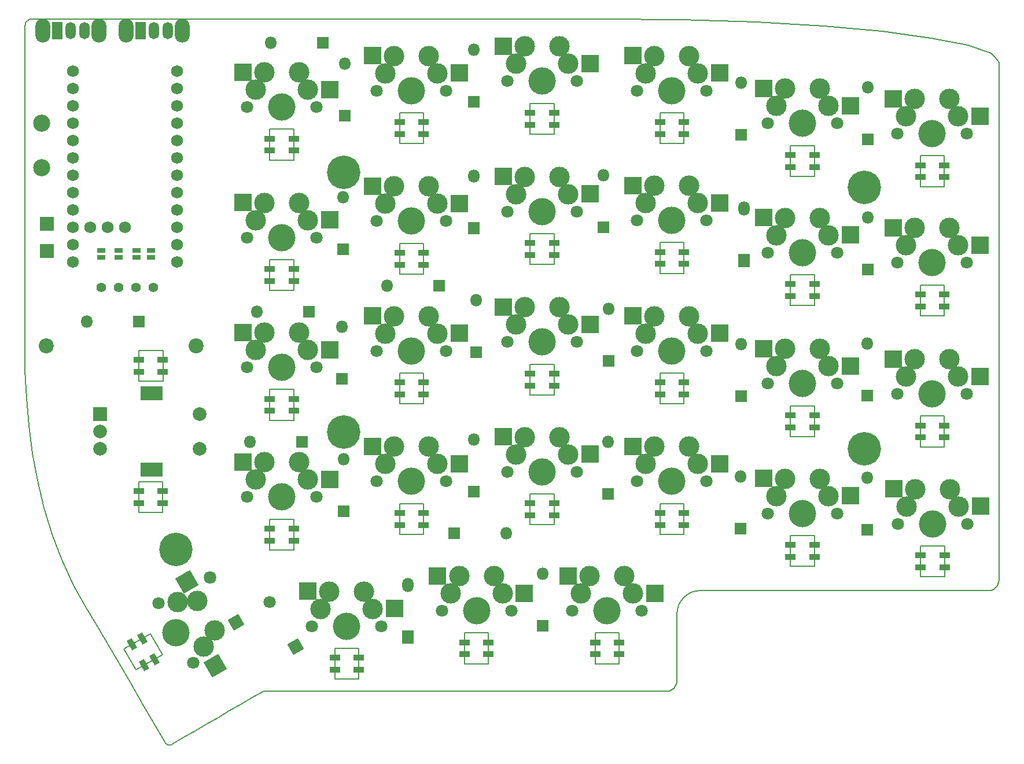
<source format=gbr>
G04 #@! TF.GenerationSoftware,KiCad,Pcbnew,(6.0.0-0)*
G04 #@! TF.CreationDate,2022-05-04T20:25:02-04:00*
G04 #@! TF.ProjectId,Lily58,4c696c79-3538-42e6-9b69-6361645f7063,rev?*
G04 #@! TF.SameCoordinates,Original*
G04 #@! TF.FileFunction,Soldermask,Top*
G04 #@! TF.FilePolarity,Negative*
%FSLAX46Y46*%
G04 Gerber Fmt 4.6, Leading zero omitted, Abs format (unit mm)*
G04 Created by KiCad (PCBNEW (6.0.0-0)) date 2022-05-04 20:25:02*
%MOMM*%
%LPD*%
G01*
G04 APERTURE LIST*
G04 Aperture macros list*
%AMHorizOval*
0 Thick line with rounded ends*
0 $1 width*
0 $2 $3 position (X,Y) of the first rounded end (center of the circle)*
0 $4 $5 position (X,Y) of the second rounded end (center of the circle)*
0 Add line between two ends*
20,1,$1,$2,$3,$4,$5,0*
0 Add two circle primitives to create the rounded ends*
1,1,$1,$2,$3*
1,1,$1,$4,$5*%
%AMRotRect*
0 Rectangle, with rotation*
0 The origin of the aperture is its center*
0 $1 length*
0 $2 width*
0 $3 Rotation angle, in degrees counterclockwise*
0 Add horizontal line*
21,1,$1,$2,0,0,$3*%
G04 Aperture macros list end*
G04 #@! TA.AperFunction,Profile*
%ADD10C,0.200000*%
G04 #@! TD*
G04 #@! TA.AperFunction,Profile*
%ADD11C,0.150000*%
G04 #@! TD*
%ADD12RotRect,1.800000X1.800000X120.000000*%
%ADD13HorizOval,1.800000X0.000000X0.000000X0.000000X0.000000X0*%
%ADD14C,4.900000*%
%ADD15C,2.500000*%
%ADD16C,1.752600*%
%ADD17R,1.143000X0.635000*%
%ADD18C,1.397000*%
%ADD19C,3.000000*%
%ADD20C,1.800000*%
%ADD21C,4.000000*%
%ADD22R,2.550000X2.500000*%
%ADD23RotRect,2.550000X2.500000X120.000000*%
%ADD24C,2.200000*%
%ADD25R,1.600000X0.850000*%
%ADD26RotRect,1.600000X0.850000X120.000000*%
%ADD27R,2.000000X2.000000*%
%ADD28C,2.000000*%
%ADD29R,3.200000X2.000000*%
%ADD30R,1.800000X1.800000*%
%ADD31O,1.800000X1.800000*%
%ADD32O,2.200000X3.500000*%
%ADD33R,1.500000X2.500000*%
%ADD34O,1.500000X2.500000*%
G04 APERTURE END LIST*
D10*
X104807833Y-37086762D02*
X94400000Y-37086762D01*
X82937528Y-82285296D02*
X82937528Y-75978362D01*
X82937528Y-75978362D02*
X82937528Y-69671429D01*
X82937528Y-88592229D02*
X82937528Y-82285296D01*
D11*
X118750000Y-57750000D02*
X118750000Y-53250000D01*
X101310889Y-127109431D02*
X103060889Y-130140520D01*
X103060889Y-130140520D02*
X99163775Y-132390520D01*
X97413775Y-129359431D02*
X101310889Y-127109431D01*
X99163775Y-132390520D02*
X97413775Y-129359431D01*
X118750000Y-72350000D02*
X122250000Y-72350000D01*
X131750000Y-129250000D02*
X131750000Y-133750000D01*
X166350000Y-127000000D02*
X169850000Y-127000000D01*
X160350000Y-111150000D02*
X156850000Y-111150000D01*
X141250000Y-108050000D02*
X141250000Y-112550000D01*
X103099200Y-104864800D02*
X103099200Y-109364800D01*
X137750000Y-108050000D02*
X141250000Y-108050000D01*
X198450000Y-117250000D02*
X194950000Y-117250000D01*
X122250000Y-114850000D02*
X118750000Y-114850000D01*
X156850000Y-111150000D02*
X156850000Y-106650000D01*
X166350000Y-131500000D02*
X166350000Y-127000000D01*
X194950000Y-117250000D02*
X194950000Y-112750000D01*
X141250000Y-112550000D02*
X137750000Y-112550000D01*
X122250000Y-110350000D02*
X122250000Y-114850000D01*
X179350000Y-108050000D02*
X179350000Y-112550000D01*
X175850000Y-108050000D02*
X179350000Y-108050000D01*
X214000000Y-118750000D02*
X214000000Y-114250000D01*
X147250000Y-127000000D02*
X150750000Y-127000000D01*
X150750000Y-131500000D02*
X147250000Y-131500000D01*
X160350000Y-106650000D02*
X160350000Y-111150000D01*
X137750000Y-112550000D02*
X137750000Y-108050000D01*
X150750000Y-127000000D02*
X150750000Y-131500000D01*
X156850000Y-106650000D02*
X160350000Y-106650000D01*
X217500000Y-114250000D02*
X217500000Y-118750000D01*
X99599200Y-104864800D02*
X103099200Y-104864800D01*
X194950000Y-112750000D02*
X198450000Y-112750000D01*
X128250000Y-129250000D02*
X131750000Y-129250000D01*
X103099200Y-109364800D02*
X99599200Y-109364800D01*
X175850000Y-112550000D02*
X175850000Y-108050000D01*
X217500000Y-118750000D02*
X214000000Y-118750000D01*
X214000000Y-114250000D02*
X217500000Y-114250000D01*
X147250000Y-131500000D02*
X147250000Y-127000000D01*
X99599200Y-109364800D02*
X99599200Y-104864800D01*
X118750000Y-114850000D02*
X118750000Y-110350000D01*
X118750000Y-110350000D02*
X122250000Y-110350000D01*
X128250000Y-133750000D02*
X128250000Y-129250000D01*
X169850000Y-127000000D02*
X169850000Y-131500000D01*
X169850000Y-131500000D02*
X166350000Y-131500000D01*
X179350000Y-112550000D02*
X175850000Y-112550000D01*
X198450000Y-112750000D02*
X198450000Y-117250000D01*
X131750000Y-133750000D02*
X128250000Y-133750000D01*
X99624000Y-90170000D02*
X99624000Y-85670000D01*
X103124000Y-85670000D02*
X103124000Y-90170000D01*
X103124000Y-90170000D02*
X99624000Y-90170000D01*
X99624000Y-85670000D02*
X103124000Y-85670000D01*
D10*
X178319348Y-134034052D02*
X178288901Y-134314154D01*
X225460000Y-100326490D02*
X225460000Y-109808112D01*
X82937528Y-63364495D02*
X82937528Y-57057562D01*
D11*
X160350000Y-92150000D02*
X156850000Y-92150000D01*
D10*
X96695647Y-131453701D02*
X98371341Y-134320020D01*
X225204001Y-120128696D02*
X225020912Y-120350648D01*
X169449826Y-135511658D02*
X176819348Y-135511658D01*
D11*
X141250000Y-88950000D02*
X141250000Y-93450000D01*
D10*
X89992869Y-119988423D02*
X91668563Y-122854742D01*
X177658308Y-135255660D02*
X177403500Y-135393876D01*
D11*
X141250000Y-55350000D02*
X137750000Y-55350000D01*
D10*
X178201565Y-134595810D02*
X178063349Y-134850619D01*
X104288864Y-143357278D02*
X104456758Y-143271756D01*
D11*
X122250000Y-72350000D02*
X122250000Y-76850000D01*
D10*
X225460000Y-43436755D02*
X225460000Y-52918378D01*
D11*
X198450000Y-60150000D02*
X194950000Y-60150000D01*
D10*
X136027379Y-37086762D02*
X125619545Y-37086762D01*
X104130206Y-143404468D02*
X104288864Y-143357278D01*
X83245570Y-37394123D02*
X83400937Y-37265961D01*
X103842470Y-143386445D02*
X103981252Y-143413974D01*
D11*
X179350000Y-50850000D02*
X179350000Y-55350000D01*
D10*
X82937528Y-50750629D02*
X82937528Y-44443695D01*
X103597295Y-143222884D02*
X103714328Y-143322532D01*
X116186619Y-136480784D02*
X117862313Y-135510645D01*
X224278471Y-42156190D02*
X220889319Y-40963847D01*
D11*
X217450000Y-80550000D02*
X213950000Y-80550000D01*
D10*
X103981252Y-143413974D02*
X104130206Y-143404468D01*
D11*
X194950000Y-93750000D02*
X198450000Y-93750000D01*
X156850000Y-87650000D02*
X160350000Y-87650000D01*
D10*
X224900000Y-42700000D02*
X224278471Y-42156190D01*
X178319348Y-131597973D02*
X178319348Y-132816013D01*
D11*
X137750000Y-74450000D02*
X137750000Y-69950000D01*
D10*
X178319348Y-129161894D02*
X178319348Y-130379933D01*
D11*
X118750000Y-76850000D02*
X118750000Y-72350000D01*
X122250000Y-91350000D02*
X122250000Y-95850000D01*
D10*
X83579303Y-37169210D02*
X83776462Y-37108075D01*
X178594174Y-122926713D02*
X178916678Y-122332160D01*
X178390391Y-123583911D02*
X178594174Y-122926713D01*
X104456758Y-143271756D02*
X106132452Y-142301617D01*
X197622092Y-120789735D02*
X202889673Y-120789735D01*
X213424836Y-120789735D02*
X218692418Y-120789735D01*
X225460000Y-90844867D02*
X225460000Y-100326490D01*
D11*
X160350000Y-49460000D02*
X160350000Y-53960000D01*
D10*
X91668563Y-122854742D02*
X93344258Y-125721062D01*
X139971738Y-135511658D02*
X147341260Y-135511658D01*
X82937528Y-44443695D02*
X82937528Y-38136762D01*
X224900000Y-42700000D02*
X225460000Y-43436755D01*
D11*
X179350000Y-55350000D02*
X175850000Y-55350000D01*
D10*
X83400937Y-37265961D02*
X83579303Y-37169210D01*
D11*
X118750000Y-91350000D02*
X122250000Y-91350000D01*
D10*
X95019952Y-128587381D02*
X96695647Y-131453701D01*
D11*
X137750000Y-69950000D02*
X141250000Y-69950000D01*
D10*
X192354511Y-120789735D02*
X197622092Y-120789735D01*
D11*
X156850000Y-68550000D02*
X160350000Y-68550000D01*
D10*
X181819348Y-120789735D02*
X187086929Y-120789735D01*
X177880261Y-135072571D02*
X177658308Y-135255660D01*
X103398425Y-142918979D02*
X103491837Y-143088150D01*
D11*
X175850000Y-74350000D02*
X175850000Y-69850000D01*
D10*
X225020912Y-120350648D02*
X224798960Y-120533736D01*
D11*
X141250000Y-93450000D02*
X137750000Y-93450000D01*
D10*
X83020657Y-37727855D02*
X83117409Y-37549489D01*
D11*
X217450000Y-95250000D02*
X217450000Y-99750000D01*
D10*
X106132452Y-142301617D02*
X107808147Y-141331479D01*
D11*
X179350000Y-69850000D02*
X179350000Y-74350000D01*
X141250000Y-74450000D02*
X137750000Y-74450000D01*
D10*
X215525697Y-39885159D02*
X208420758Y-38945561D01*
D11*
X213950000Y-76050000D02*
X217450000Y-76050000D01*
D10*
X177403500Y-135393876D02*
X177121844Y-135481211D01*
D11*
X122250000Y-57750000D02*
X118750000Y-57750000D01*
X194950000Y-79050000D02*
X194950000Y-74550000D01*
X160350000Y-68550000D02*
X160350000Y-73050000D01*
X175850000Y-88950000D02*
X179350000Y-88950000D01*
X213950000Y-95250000D02*
X217450000Y-95250000D01*
X160350000Y-73050000D02*
X156850000Y-73050000D01*
X122250000Y-53250000D02*
X122250000Y-57750000D01*
X198450000Y-98250000D02*
X194950000Y-98250000D01*
D10*
X178319348Y-126725814D02*
X178319348Y-127943854D01*
X178063349Y-134850619D02*
X177880261Y-135072571D01*
X224262495Y-120759288D02*
X223959999Y-120789735D01*
X83135690Y-92617561D02*
X83490297Y-96657663D01*
D11*
X137750000Y-55350000D02*
X137750000Y-50850000D01*
D10*
X178319348Y-132816013D02*
X178319348Y-134034052D01*
D11*
X137750000Y-50850000D02*
X141250000Y-50850000D01*
D10*
X179343884Y-121814271D02*
X179861773Y-121387065D01*
X125619545Y-37086762D02*
X115211711Y-37086762D01*
X225460000Y-109808112D02*
X225460000Y-119289735D01*
X88291758Y-116318073D02*
X89993333Y-119989540D01*
X83117409Y-37549489D02*
X83245570Y-37394123D01*
D11*
X217450000Y-99750000D02*
X213950000Y-99750000D01*
X122250000Y-95850000D02*
X118750000Y-95850000D01*
D10*
X178916678Y-122332160D02*
X179343884Y-121814271D01*
X83490297Y-96657663D02*
X84020972Y-100690825D01*
X103714328Y-143322532D02*
X103842470Y-143386445D01*
X82938210Y-38136762D02*
X82959523Y-37925015D01*
X208157255Y-120789735D02*
X213424836Y-120789735D01*
X125232695Y-135511658D02*
X132602217Y-135511658D01*
X225460000Y-52918378D02*
X225460000Y-62400000D01*
D11*
X118750000Y-53250000D02*
X122250000Y-53250000D01*
D10*
X83776462Y-37108075D02*
X83988210Y-37086762D01*
X112835230Y-138421062D02*
X114510925Y-137450923D01*
X154710782Y-135511658D02*
X162080304Y-135511658D01*
X109483841Y-140361340D02*
X111159536Y-139391201D01*
X179861773Y-121387065D02*
X180456326Y-121064561D01*
D11*
X122250000Y-76850000D02*
X118750000Y-76850000D01*
D10*
X178319348Y-127943854D02*
X178319348Y-129161894D01*
D11*
X156850000Y-49460000D02*
X160350000Y-49460000D01*
D10*
X146435213Y-37086762D02*
X136027379Y-37086762D01*
D11*
X213950000Y-99750000D02*
X213950000Y-95250000D01*
D10*
X218692418Y-120789735D02*
X223959999Y-120789735D01*
X85688004Y-108649127D02*
X86863105Y-112530670D01*
X86863105Y-112530670D02*
X88291758Y-116318073D01*
D11*
X194950000Y-55650000D02*
X198450000Y-55650000D01*
D10*
X178288901Y-134314154D02*
X178201565Y-134595810D01*
X162080304Y-135511658D02*
X169449826Y-135511658D01*
X156843047Y-37086762D02*
X146435213Y-37086762D01*
D11*
X179350000Y-74350000D02*
X175850000Y-74350000D01*
D10*
X178319348Y-130379933D02*
X178319348Y-131597973D01*
D11*
X137750000Y-88950000D02*
X141250000Y-88950000D01*
D10*
X117863173Y-135511658D02*
X125232695Y-135511658D01*
X180456326Y-121064561D02*
X181113524Y-120860778D01*
D11*
X198450000Y-74550000D02*
X198450000Y-79050000D01*
X175850000Y-55350000D02*
X175850000Y-50850000D01*
D10*
X189919538Y-37585374D02*
X178989563Y-37215654D01*
X107808147Y-141331479D02*
X109483841Y-140361340D01*
X115211711Y-37086762D02*
X104803877Y-37086762D01*
D11*
X194950000Y-98250000D02*
X194950000Y-93750000D01*
X213950000Y-57150000D02*
X217450000Y-57150000D01*
X217450000Y-76050000D02*
X217450000Y-80550000D01*
D10*
X225429552Y-119592231D02*
X225342217Y-119873887D01*
D11*
X137750000Y-93450000D02*
X137750000Y-88950000D01*
D10*
X82937528Y-57057562D02*
X82937528Y-50750629D01*
X225460000Y-71881623D02*
X225460000Y-81363245D01*
X101722730Y-140052659D02*
X103398425Y-142918979D01*
D11*
X175850000Y-69850000D02*
X179350000Y-69850000D01*
X179350000Y-88950000D02*
X179350000Y-93450000D01*
D10*
X181113524Y-120860778D02*
X181819348Y-120789735D01*
X225460000Y-62400000D02*
X225460000Y-71881623D01*
X103491837Y-143088150D02*
X103597295Y-143222884D01*
X84020972Y-100690825D02*
X84747083Y-104695246D01*
X94396044Y-37086762D02*
X83988210Y-37086762D01*
X178319348Y-124289735D02*
X178319348Y-125507775D01*
D11*
X175850000Y-93450000D02*
X175850000Y-88950000D01*
X160350000Y-87650000D02*
X160350000Y-92150000D01*
D10*
X208420758Y-38945561D02*
X199807654Y-38170488D01*
X132602217Y-135511658D02*
X139971738Y-135511658D01*
X82937777Y-88592317D02*
X83135690Y-92617561D01*
D11*
X198450000Y-55650000D02*
X198450000Y-60150000D01*
D10*
X147341260Y-135511658D02*
X154710782Y-135511658D01*
D11*
X141250000Y-50850000D02*
X141250000Y-55350000D01*
X160350000Y-53960000D02*
X156850000Y-53960000D01*
D10*
X178319348Y-124289735D02*
X178390391Y-123583911D01*
D11*
X156850000Y-92150000D02*
X156850000Y-87650000D01*
D10*
X98371341Y-134320020D02*
X100047036Y-137186340D01*
X225342217Y-119873887D02*
X225204001Y-120128696D01*
X202889673Y-120789735D02*
X208157255Y-120789735D01*
X82937528Y-69671429D02*
X82937528Y-63364495D01*
D11*
X198450000Y-93750000D02*
X198450000Y-98250000D01*
X141250000Y-69950000D02*
X141250000Y-74450000D01*
D10*
X111159536Y-139391201D02*
X112835230Y-138421062D01*
D11*
X213950000Y-80550000D02*
X213950000Y-76050000D01*
D10*
X225460000Y-81363245D02*
X225460000Y-90844867D01*
X187086929Y-120789735D02*
X192354511Y-120789735D01*
X220889319Y-40963847D02*
X215525697Y-39885159D01*
D11*
X118750000Y-95850000D02*
X118750000Y-91350000D01*
D10*
X177121844Y-135481211D02*
X176819348Y-135511658D01*
D11*
X156850000Y-73050000D02*
X156850000Y-68550000D01*
X217450000Y-61650000D02*
X213950000Y-61650000D01*
D10*
X84747083Y-104695246D02*
X85688004Y-108649127D01*
D11*
X198450000Y-79050000D02*
X194950000Y-79050000D01*
D10*
X167250881Y-37086762D02*
X156843047Y-37086762D01*
X114510925Y-137450923D02*
X116186619Y-136480784D01*
X224544152Y-120671952D02*
X224262495Y-120759288D01*
X100047036Y-137186340D02*
X101722730Y-140052659D01*
D11*
X194950000Y-60150000D02*
X194950000Y-55650000D01*
X213950000Y-61650000D02*
X213950000Y-57150000D01*
D10*
X93344258Y-125721062D02*
X95019952Y-128587381D01*
X178989563Y-37215654D02*
X167250881Y-37086762D01*
D11*
X217450000Y-57150000D02*
X217450000Y-61650000D01*
D10*
X224798960Y-120533736D02*
X224544152Y-120671952D01*
X225459999Y-119289735D02*
X225429552Y-119592231D01*
D11*
X194950000Y-74550000D02*
X198450000Y-74550000D01*
D10*
X199807654Y-38170488D02*
X189919538Y-37585374D01*
D11*
X179350000Y-93450000D02*
X175850000Y-93450000D01*
X175850000Y-50850000D02*
X179350000Y-50850000D01*
X156850000Y-53960000D02*
X156850000Y-49460000D01*
D10*
X178319348Y-125507775D02*
X178319348Y-126725814D01*
X82959523Y-37925015D02*
X83020657Y-37727855D01*
D12*
X113792000Y-125476000D03*
D13*
X109982000Y-118876886D03*
D14*
X129600000Y-59600000D03*
X205800000Y-61800000D03*
X129600000Y-97600000D03*
X205800000Y-100000000D03*
X105000000Y-114800000D03*
D15*
X85344000Y-58876000D03*
X85344000Y-52376000D03*
D16*
X89946005Y-44736130D03*
X89946005Y-47276130D03*
X89946005Y-49816130D03*
X89946005Y-52356130D03*
X89946005Y-54896130D03*
X89946005Y-57436130D03*
X89946005Y-59976130D03*
X89946005Y-62516130D03*
X89946005Y-65056130D03*
X89946005Y-67596130D03*
X89946005Y-70136130D03*
X89946005Y-72676130D03*
X105186005Y-72676130D03*
X105186005Y-70136130D03*
X105186005Y-67596130D03*
X105186005Y-65056130D03*
X105186005Y-62516130D03*
X105186005Y-59976130D03*
X105186005Y-57436130D03*
X105186005Y-54896130D03*
X105186005Y-52356130D03*
X105186005Y-49816130D03*
X105186005Y-47276130D03*
X105186005Y-44736130D03*
X92486005Y-67596130D03*
X95026005Y-67596130D03*
X97566005Y-67596130D03*
D17*
X96610810Y-71993760D03*
X96610810Y-70993000D03*
X94110810Y-71993760D03*
X94110810Y-70993000D03*
D18*
X94107000Y-76454000D03*
X96647000Y-76454000D03*
X99187000Y-76454000D03*
X101727000Y-76454000D03*
D17*
X99210810Y-71993760D03*
X99210810Y-70993000D03*
X101376005Y-71993760D03*
X101376005Y-70993000D03*
D19*
X136960000Y-42520000D03*
X143310000Y-45060000D03*
X135690000Y-45060000D03*
D20*
X144580000Y-47600000D03*
D19*
X142040000Y-42520000D03*
D20*
X134420000Y-47600000D03*
D21*
X139500000Y-47600000D03*
D22*
X146500000Y-45020000D03*
X133800000Y-42480000D03*
D20*
X163680000Y-46210000D03*
D19*
X154790000Y-43670000D03*
X161140000Y-41130000D03*
D21*
X158600000Y-46210000D03*
D19*
X156060000Y-41130000D03*
D20*
X153520000Y-46210000D03*
D19*
X162410000Y-43670000D03*
D22*
X165600000Y-43630000D03*
X152900000Y-41090000D03*
D19*
X175060000Y-42520000D03*
D20*
X172520000Y-47600000D03*
D21*
X177600000Y-47600000D03*
D20*
X182680000Y-47600000D03*
D19*
X180140000Y-42520000D03*
X173790000Y-45060000D03*
X181410000Y-45060000D03*
D22*
X184600000Y-45020000D03*
X171900000Y-42480000D03*
D19*
X194160000Y-47320000D03*
X192890000Y-49860000D03*
X200510000Y-49860000D03*
X199240000Y-47320000D03*
D20*
X201780000Y-52400000D03*
X191620000Y-52400000D03*
D21*
X196700000Y-52400000D03*
D22*
X203700000Y-49820000D03*
X191000000Y-47280000D03*
D19*
X219510000Y-51360000D03*
D20*
X210620000Y-53900000D03*
D21*
X215700000Y-53900000D03*
D20*
X220780000Y-53900000D03*
D19*
X211890000Y-51360000D03*
X213160000Y-48820000D03*
X218240000Y-48820000D03*
D22*
X222700000Y-51320000D03*
X210000000Y-48780000D03*
D20*
X115420000Y-69100000D03*
D19*
X117960000Y-64020000D03*
X124310000Y-66560000D03*
D20*
X125580000Y-69100000D03*
D19*
X123040000Y-64020000D03*
X116690000Y-66560000D03*
D21*
X120500000Y-69100000D03*
D22*
X127500000Y-66520000D03*
X114800000Y-63980000D03*
D19*
X142040000Y-61620000D03*
X135690000Y-64160000D03*
X136960000Y-61620000D03*
D20*
X144580000Y-66700000D03*
D21*
X139500000Y-66700000D03*
D19*
X143310000Y-64160000D03*
D20*
X134420000Y-66700000D03*
D22*
X146500000Y-64120000D03*
X133800000Y-61580000D03*
D19*
X156060000Y-60220000D03*
X162410000Y-62760000D03*
D21*
X158600000Y-65300000D03*
D19*
X154790000Y-62760000D03*
X161140000Y-60220000D03*
D20*
X163680000Y-65300000D03*
X153520000Y-65300000D03*
D22*
X165600000Y-62720000D03*
X152900000Y-60180000D03*
D19*
X181410000Y-64060000D03*
X173790000Y-64060000D03*
X175060000Y-61520000D03*
X180140000Y-61520000D03*
D20*
X182680000Y-66600000D03*
X172520000Y-66600000D03*
D21*
X177600000Y-66600000D03*
D22*
X184600000Y-64020000D03*
X171900000Y-61480000D03*
D20*
X191620000Y-71300000D03*
D21*
X196700000Y-71300000D03*
D19*
X199240000Y-66220000D03*
D20*
X201780000Y-71300000D03*
D19*
X192890000Y-68760000D03*
X200510000Y-68760000D03*
X194160000Y-66220000D03*
D22*
X203700000Y-68720000D03*
X191000000Y-66180000D03*
D19*
X219510000Y-70260000D03*
D20*
X210620000Y-72800000D03*
D19*
X213160000Y-67720000D03*
D20*
X220780000Y-72800000D03*
D19*
X211890000Y-70260000D03*
D21*
X215700000Y-72800000D03*
D19*
X218240000Y-67720000D03*
D22*
X222700000Y-70220000D03*
X210000000Y-67680000D03*
D19*
X124310000Y-85560000D03*
D20*
X125580000Y-88100000D03*
D19*
X117960000Y-83020000D03*
D21*
X120500000Y-88100000D03*
D19*
X123040000Y-83020000D03*
X116690000Y-85560000D03*
D20*
X115420000Y-88100000D03*
D22*
X127500000Y-85520000D03*
X114800000Y-82980000D03*
D19*
X142040000Y-80620000D03*
D21*
X139500000Y-85700000D03*
D19*
X143310000Y-83160000D03*
X135690000Y-83160000D03*
D20*
X134420000Y-85700000D03*
D19*
X136960000Y-80620000D03*
D20*
X144580000Y-85700000D03*
D22*
X146500000Y-83120000D03*
X133800000Y-80580000D03*
D21*
X158600000Y-84400000D03*
D20*
X153520000Y-84400000D03*
D19*
X162410000Y-81860000D03*
D20*
X163680000Y-84400000D03*
D19*
X154790000Y-81860000D03*
X161140000Y-79320000D03*
X156060000Y-79320000D03*
D22*
X165600000Y-81820000D03*
X152900000Y-79280000D03*
D19*
X181410000Y-83160000D03*
X173790000Y-83160000D03*
D21*
X177600000Y-85700000D03*
D20*
X172520000Y-85700000D03*
D19*
X175060000Y-80620000D03*
X180140000Y-80620000D03*
D20*
X182680000Y-85700000D03*
D22*
X184600000Y-83120000D03*
X171900000Y-80580000D03*
D20*
X201780000Y-90500000D03*
X191620000Y-90500000D03*
D19*
X192890000Y-87960000D03*
D21*
X196700000Y-90500000D03*
D19*
X194160000Y-85420000D03*
X199240000Y-85420000D03*
X200510000Y-87960000D03*
D22*
X203700000Y-87920000D03*
X191000000Y-85380000D03*
D19*
X213160000Y-86920000D03*
D20*
X220780000Y-92000000D03*
D19*
X211890000Y-89460000D03*
X218240000Y-86920000D03*
D21*
X215700000Y-92000000D03*
D19*
X219510000Y-89460000D03*
D20*
X210620000Y-92000000D03*
D22*
X222700000Y-89420000D03*
X210000000Y-86880000D03*
D21*
X120500000Y-107100000D03*
D20*
X125580000Y-107100000D03*
D19*
X124310000Y-104560000D03*
X117960000Y-102020000D03*
X116690000Y-104560000D03*
X123040000Y-102020000D03*
D20*
X115420000Y-107100000D03*
D22*
X127500000Y-104520000D03*
X114800000Y-101980000D03*
D21*
X139500000Y-104800000D03*
D20*
X134420000Y-104800000D03*
D19*
X136960000Y-99720000D03*
X135690000Y-102260000D03*
X142040000Y-99720000D03*
X143310000Y-102260000D03*
D20*
X144580000Y-104800000D03*
D22*
X146500000Y-102220000D03*
X133800000Y-99680000D03*
D19*
X156060000Y-98320000D03*
X154790000Y-100860000D03*
X162410000Y-100860000D03*
D21*
X158600000Y-103400000D03*
D20*
X153520000Y-103400000D03*
X163680000Y-103400000D03*
D19*
X161140000Y-98320000D03*
D22*
X165600000Y-100820000D03*
X152900000Y-98280000D03*
D19*
X175060000Y-99720000D03*
D21*
X177600000Y-104800000D03*
D19*
X181410000Y-102260000D03*
X173790000Y-102260000D03*
D20*
X172520000Y-104800000D03*
D19*
X180140000Y-99720000D03*
D20*
X182680000Y-104800000D03*
D22*
X184600000Y-102220000D03*
X171900000Y-99680000D03*
D19*
X192890000Y-106960000D03*
D20*
X191620000Y-109500000D03*
D19*
X199240000Y-104420000D03*
X200510000Y-106960000D03*
X194160000Y-104420000D03*
D21*
X196700000Y-109500000D03*
D20*
X201780000Y-109500000D03*
D22*
X203700000Y-106920000D03*
X191000000Y-104380000D03*
D20*
X210670000Y-111000000D03*
D19*
X211940000Y-108460000D03*
D21*
X215750000Y-111000000D03*
D19*
X213210000Y-105920000D03*
D20*
X220830000Y-111000000D03*
D19*
X218290000Y-105920000D03*
X219560000Y-108460000D03*
D22*
X222750000Y-108420000D03*
X210050000Y-105880000D03*
D21*
X105000000Y-127000000D03*
D20*
X102460000Y-122600591D03*
D19*
X110669409Y-126659705D03*
X108129409Y-122260295D03*
X109104705Y-129029557D03*
X105294705Y-122430443D03*
D20*
X107540000Y-131399409D03*
D23*
X110734346Y-131772178D03*
X106584050Y-119503655D03*
D21*
X130000000Y-126000000D03*
D20*
X135080000Y-126000000D03*
D19*
X126190000Y-123460000D03*
X132540000Y-120920000D03*
X127460000Y-120920000D03*
X133810000Y-123460000D03*
D20*
X124920000Y-126000000D03*
D22*
X137000000Y-123420000D03*
X124300000Y-120880000D03*
D20*
X143920000Y-123750000D03*
D19*
X146460000Y-118670000D03*
D21*
X149000000Y-123750000D03*
D20*
X154080000Y-123750000D03*
D19*
X152810000Y-121210000D03*
X151540000Y-118670000D03*
X145190000Y-121210000D03*
D22*
X156000000Y-121170000D03*
X143300000Y-118630000D03*
D21*
X168100000Y-123750000D03*
D19*
X165560000Y-118670000D03*
X171910000Y-121210000D03*
D20*
X173180000Y-123750000D03*
X163020000Y-123750000D03*
D19*
X170640000Y-118670000D03*
X164290000Y-121210000D03*
D22*
X175100000Y-121170000D03*
X162400000Y-118630000D03*
D24*
X86000000Y-85000000D03*
X108000000Y-85000000D03*
D19*
X117960000Y-44920000D03*
D20*
X125580000Y-50000000D03*
D19*
X124310000Y-47460000D03*
X116690000Y-47460000D03*
X123040000Y-44920000D03*
D21*
X120500000Y-50000000D03*
D20*
X115420000Y-50000000D03*
D22*
X127500000Y-47420000D03*
X114800000Y-44880000D03*
D25*
X122250000Y-56375000D03*
X122250000Y-54625000D03*
X118750000Y-54625000D03*
X118750000Y-56375000D03*
X137750000Y-109425000D03*
X137750000Y-111175000D03*
X141250000Y-111175000D03*
X141250000Y-109425000D03*
X150750000Y-130125000D03*
X150750000Y-128375000D03*
X147250000Y-128375000D03*
X147250000Y-130125000D03*
X156850000Y-108025000D03*
X156850000Y-109775000D03*
X160350000Y-109775000D03*
X160350000Y-108025000D03*
X194950000Y-114125000D03*
X194950000Y-115875000D03*
X198450000Y-115875000D03*
X198450000Y-114125000D03*
X214000000Y-115625000D03*
X214000000Y-117375000D03*
X217500000Y-117375000D03*
X217500000Y-115625000D03*
X131750000Y-132375000D03*
X131750000Y-130625000D03*
X128250000Y-130625000D03*
X128250000Y-132375000D03*
X179350000Y-92075000D03*
X179350000Y-90325000D03*
X175850000Y-90325000D03*
X175850000Y-92075000D03*
X118750000Y-111725000D03*
X118750000Y-113475000D03*
X122250000Y-113475000D03*
X122250000Y-111725000D03*
X217450000Y-98375000D03*
X217450000Y-96625000D03*
X213950000Y-96625000D03*
X213950000Y-98375000D03*
X160350000Y-90775000D03*
X160350000Y-89025000D03*
X156850000Y-89025000D03*
X156850000Y-90775000D03*
X141250000Y-92075000D03*
X141250000Y-90325000D03*
X137750000Y-90325000D03*
X137750000Y-92075000D03*
X122250000Y-94475000D03*
X122250000Y-92725000D03*
X118750000Y-92725000D03*
X118750000Y-94475000D03*
X213950000Y-77425000D03*
X213950000Y-79175000D03*
X217450000Y-79175000D03*
X217450000Y-77425000D03*
X198450000Y-96875000D03*
X198450000Y-95125000D03*
X194950000Y-95125000D03*
X194950000Y-96875000D03*
X175850000Y-109425000D03*
X175850000Y-111175000D03*
X179350000Y-111175000D03*
X179350000Y-109425000D03*
X179350000Y-53975000D03*
X179350000Y-52225000D03*
X175850000Y-52225000D03*
X175850000Y-53975000D03*
X198450000Y-58775000D03*
X198450000Y-57025000D03*
X194950000Y-57025000D03*
X194950000Y-58775000D03*
X160350000Y-52585000D03*
X160350000Y-50835000D03*
X156850000Y-50835000D03*
X156850000Y-52585000D03*
X141250000Y-53975000D03*
X141250000Y-52225000D03*
X137750000Y-52225000D03*
X137750000Y-53975000D03*
X194950000Y-75925000D03*
X194950000Y-77675000D03*
X198450000Y-77675000D03*
X198450000Y-75925000D03*
X175850000Y-71225000D03*
X175850000Y-72975000D03*
X179350000Y-72975000D03*
X179350000Y-71225000D03*
X156850000Y-69925000D03*
X156850000Y-71675000D03*
X160350000Y-71675000D03*
X160350000Y-69925000D03*
X217450000Y-60275000D03*
X217450000Y-58525000D03*
X213950000Y-58525000D03*
X213950000Y-60275000D03*
X137750000Y-71325000D03*
X137750000Y-73075000D03*
X141250000Y-73075000D03*
X141250000Y-71325000D03*
X118750000Y-73725000D03*
X118750000Y-75475000D03*
X122250000Y-75475000D03*
X122250000Y-73725000D03*
X169850000Y-130125000D03*
X169850000Y-128375000D03*
X166350000Y-128375000D03*
X166350000Y-130125000D03*
D26*
X100354087Y-131703044D03*
X101869631Y-130828044D03*
X100119631Y-127796956D03*
X98604087Y-128671956D03*
D27*
X93954600Y-94996000D03*
D28*
X93954600Y-99996000D03*
X93954600Y-97496000D03*
D29*
X101454600Y-91896000D03*
X101454600Y-103096000D03*
D28*
X108454600Y-99996000D03*
X108454600Y-94996000D03*
D25*
X99599200Y-106239800D03*
X99599200Y-107989800D03*
X103099200Y-107989800D03*
X103099200Y-106239800D03*
X99596000Y-87009000D03*
X99596000Y-88759000D03*
X103096000Y-88759000D03*
X103096000Y-87009000D03*
D30*
X206146400Y-111912400D03*
D31*
X206146400Y-104292400D03*
D30*
X206197200Y-92252800D03*
D31*
X206197200Y-84632800D03*
D30*
X148640800Y-106324400D03*
D31*
X148640800Y-98704400D03*
D30*
X187756800Y-92303600D03*
D31*
X187756800Y-84683600D03*
D30*
X206248000Y-73761600D03*
D31*
X206248000Y-66141600D03*
D30*
X129438400Y-70815200D03*
D31*
X129438400Y-63195200D03*
D30*
X148945600Y-85902800D03*
D31*
X148945600Y-78282800D03*
D30*
X126492000Y-40640000D03*
D31*
X118872000Y-40640000D03*
D12*
X122555000Y-129029557D03*
D13*
X118745000Y-122430443D03*
D32*
X85526000Y-38862000D03*
X93726000Y-38862000D03*
D33*
X87626000Y-38862000D03*
D34*
X89626000Y-38862000D03*
X91626000Y-38862000D03*
D30*
X167589200Y-67614800D03*
D31*
X167589200Y-59994800D03*
D30*
X188163200Y-72390000D03*
D31*
X188163200Y-64770000D03*
D30*
X143510000Y-76200000D03*
D31*
X135890000Y-76200000D03*
D30*
X129540000Y-109220000D03*
D31*
X129540000Y-101600000D03*
D27*
X86106000Y-67070000D03*
D30*
X123444000Y-99060000D03*
D31*
X115824000Y-99060000D03*
D30*
X168250000Y-106680000D03*
D31*
X168250000Y-99060000D03*
D27*
X86106000Y-71120000D03*
D30*
X148590000Y-67691000D03*
D31*
X148590000Y-60071000D03*
D30*
X187756800Y-54051200D03*
D31*
X187756800Y-46431200D03*
D30*
X158700000Y-125984000D03*
D31*
X158700000Y-118364000D03*
D30*
X124460000Y-80010000D03*
D31*
X116840000Y-80010000D03*
D30*
X129336800Y-89814400D03*
D31*
X129336800Y-82194400D03*
D32*
X97718000Y-38862000D03*
X105918000Y-38862000D03*
D33*
X99818000Y-38862000D03*
D34*
X101818000Y-38862000D03*
X103818000Y-38862000D03*
D30*
X168351200Y-87172800D03*
D31*
X168351200Y-79552800D03*
D30*
X145745200Y-112420400D03*
D31*
X153365200Y-112420400D03*
D30*
X206298800Y-54762400D03*
D31*
X206298800Y-47142400D03*
D30*
X129692400Y-51308000D03*
D31*
X129692400Y-43688000D03*
D30*
X148590000Y-49225200D03*
D31*
X148590000Y-41605200D03*
D30*
X187655200Y-111760000D03*
D31*
X187655200Y-104140000D03*
D30*
X99568000Y-81407000D03*
D31*
X91948000Y-81407000D03*
D30*
X138988800Y-127762000D03*
D31*
X138988800Y-120142000D03*
D30*
X126492000Y-40640000D03*
D31*
X118872000Y-40640000D03*
D30*
X129692400Y-51308000D03*
D31*
X129692400Y-43688000D03*
D30*
X148590000Y-49225200D03*
D31*
X148590000Y-41605200D03*
D30*
X145745200Y-112420400D03*
D31*
X153365200Y-112420400D03*
D30*
X187756800Y-54051200D03*
D31*
X187756800Y-46431200D03*
D30*
X206298800Y-54762400D03*
D31*
X206298800Y-47142400D03*
D30*
X129438400Y-70815200D03*
D31*
X129438400Y-63195200D03*
D30*
X143510000Y-76200000D03*
D31*
X135890000Y-76200000D03*
D30*
X148590000Y-67818000D03*
D31*
X148590000Y-60198000D03*
D30*
X167589200Y-67614800D03*
D31*
X167589200Y-59994800D03*
D30*
X188163200Y-72593200D03*
D31*
X188163200Y-64973200D03*
D30*
X206248000Y-73761600D03*
D31*
X206248000Y-66141600D03*
D30*
X124460000Y-80010000D03*
D31*
X116840000Y-80010000D03*
D30*
X129336800Y-89814400D03*
D31*
X129336800Y-82194400D03*
D30*
X148945600Y-85902800D03*
D31*
X148945600Y-78282800D03*
D30*
X168351200Y-87172800D03*
D31*
X168351200Y-79552800D03*
D30*
X187756800Y-92303600D03*
D31*
X187756800Y-84683600D03*
D30*
X206197200Y-92252800D03*
D31*
X206197200Y-84632800D03*
D30*
X123444000Y-99060000D03*
D31*
X115824000Y-99060000D03*
D30*
X129540000Y-109220000D03*
D31*
X129540000Y-101600000D03*
D30*
X148640800Y-106324400D03*
D31*
X148640800Y-98704400D03*
D30*
X168250000Y-106680000D03*
D31*
X168250000Y-99060000D03*
D30*
X187655200Y-111760000D03*
D31*
X187655200Y-104140000D03*
D30*
X99568000Y-81407000D03*
D31*
X91948000Y-81407000D03*
D12*
X122555000Y-129029557D03*
D13*
X118745000Y-122430443D03*
D30*
X138988800Y-127508000D03*
D31*
X138988800Y-119888000D03*
D30*
X158700000Y-125984000D03*
D31*
X158700000Y-118364000D03*
D30*
X206146400Y-111912400D03*
D31*
X206146400Y-104292400D03*
D12*
X113792000Y-125471114D03*
D13*
X109982000Y-118872000D03*
M02*

</source>
